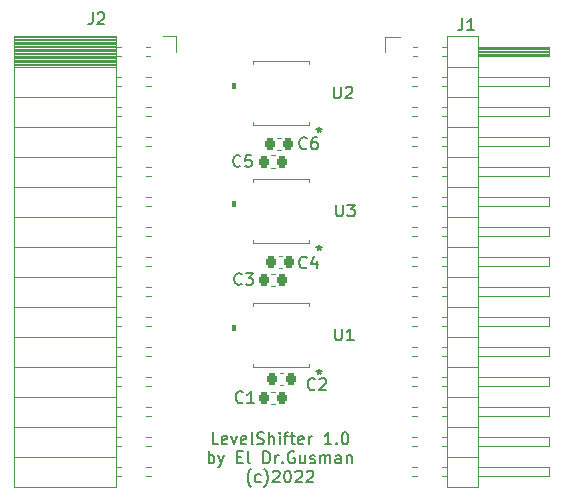
<source format=gto>
G04 #@! TF.GenerationSoftware,KiCad,Pcbnew,(6.0.4)*
G04 #@! TF.CreationDate,2022-06-28T09:07:53+02:00*
G04 #@! TF.ProjectId,LevelShifter,4c657665-6c53-4686-9966-7465722e6b69,rev?*
G04 #@! TF.SameCoordinates,Original*
G04 #@! TF.FileFunction,Legend,Top*
G04 #@! TF.FilePolarity,Positive*
%FSLAX46Y46*%
G04 Gerber Fmt 4.6, Leading zero omitted, Abs format (unit mm)*
G04 Created by KiCad (PCBNEW (6.0.4)) date 2022-06-28 09:07:53*
%MOMM*%
%LPD*%
G01*
G04 APERTURE LIST*
G04 Aperture macros list*
%AMRoundRect*
0 Rectangle with rounded corners*
0 $1 Rounding radius*
0 $2 $3 $4 $5 $6 $7 $8 $9 X,Y pos of 4 corners*
0 Add a 4 corners polygon primitive as box body*
4,1,4,$2,$3,$4,$5,$6,$7,$8,$9,$2,$3,0*
0 Add four circle primitives for the rounded corners*
1,1,$1+$1,$2,$3*
1,1,$1+$1,$4,$5*
1,1,$1+$1,$6,$7*
1,1,$1+$1,$8,$9*
0 Add four rect primitives between the rounded corners*
20,1,$1+$1,$2,$3,$4,$5,0*
20,1,$1+$1,$4,$5,$6,$7,0*
20,1,$1+$1,$6,$7,$8,$9,0*
20,1,$1+$1,$8,$9,$2,$3,0*%
G04 Aperture macros list end*
%ADD10C,0.150000*%
%ADD11C,0.120000*%
%ADD12C,0.100000*%
%ADD13RoundRect,0.225000X0.225000X0.250000X-0.225000X0.250000X-0.225000X-0.250000X0.225000X-0.250000X0*%
%ADD14R,1.404099X0.354800*%
%ADD15R,1.700000X1.700000*%
%ADD16O,1.700000X1.700000*%
%ADD17RoundRect,0.225000X-0.225000X-0.250000X0.225000X-0.250000X0.225000X0.250000X-0.225000X0.250000X0*%
G04 APERTURE END LIST*
D10*
X154661904Y-113242380D02*
X154185714Y-113242380D01*
X154185714Y-112242380D01*
X155376190Y-113194761D02*
X155280952Y-113242380D01*
X155090476Y-113242380D01*
X154995238Y-113194761D01*
X154947619Y-113099523D01*
X154947619Y-112718571D01*
X154995238Y-112623333D01*
X155090476Y-112575714D01*
X155280952Y-112575714D01*
X155376190Y-112623333D01*
X155423809Y-112718571D01*
X155423809Y-112813809D01*
X154947619Y-112909047D01*
X155757142Y-112575714D02*
X155995238Y-113242380D01*
X156233333Y-112575714D01*
X156995238Y-113194761D02*
X156900000Y-113242380D01*
X156709523Y-113242380D01*
X156614285Y-113194761D01*
X156566666Y-113099523D01*
X156566666Y-112718571D01*
X156614285Y-112623333D01*
X156709523Y-112575714D01*
X156900000Y-112575714D01*
X156995238Y-112623333D01*
X157042857Y-112718571D01*
X157042857Y-112813809D01*
X156566666Y-112909047D01*
X157614285Y-113242380D02*
X157519047Y-113194761D01*
X157471428Y-113099523D01*
X157471428Y-112242380D01*
X157947619Y-113194761D02*
X158090476Y-113242380D01*
X158328571Y-113242380D01*
X158423809Y-113194761D01*
X158471428Y-113147142D01*
X158519047Y-113051904D01*
X158519047Y-112956666D01*
X158471428Y-112861428D01*
X158423809Y-112813809D01*
X158328571Y-112766190D01*
X158138095Y-112718571D01*
X158042857Y-112670952D01*
X157995238Y-112623333D01*
X157947619Y-112528095D01*
X157947619Y-112432857D01*
X157995238Y-112337619D01*
X158042857Y-112290000D01*
X158138095Y-112242380D01*
X158376190Y-112242380D01*
X158519047Y-112290000D01*
X158947619Y-113242380D02*
X158947619Y-112242380D01*
X159376190Y-113242380D02*
X159376190Y-112718571D01*
X159328571Y-112623333D01*
X159233333Y-112575714D01*
X159090476Y-112575714D01*
X158995238Y-112623333D01*
X158947619Y-112670952D01*
X159852380Y-113242380D02*
X159852380Y-112575714D01*
X159852380Y-112242380D02*
X159804761Y-112290000D01*
X159852380Y-112337619D01*
X159900000Y-112290000D01*
X159852380Y-112242380D01*
X159852380Y-112337619D01*
X160185714Y-112575714D02*
X160566666Y-112575714D01*
X160328571Y-113242380D02*
X160328571Y-112385238D01*
X160376190Y-112290000D01*
X160471428Y-112242380D01*
X160566666Y-112242380D01*
X160757142Y-112575714D02*
X161138095Y-112575714D01*
X160900000Y-112242380D02*
X160900000Y-113099523D01*
X160947619Y-113194761D01*
X161042857Y-113242380D01*
X161138095Y-113242380D01*
X161852380Y-113194761D02*
X161757142Y-113242380D01*
X161566666Y-113242380D01*
X161471428Y-113194761D01*
X161423809Y-113099523D01*
X161423809Y-112718571D01*
X161471428Y-112623333D01*
X161566666Y-112575714D01*
X161757142Y-112575714D01*
X161852380Y-112623333D01*
X161900000Y-112718571D01*
X161900000Y-112813809D01*
X161423809Y-112909047D01*
X162328571Y-113242380D02*
X162328571Y-112575714D01*
X162328571Y-112766190D02*
X162376190Y-112670952D01*
X162423809Y-112623333D01*
X162519047Y-112575714D01*
X162614285Y-112575714D01*
X164233333Y-113242380D02*
X163661904Y-113242380D01*
X163947619Y-113242380D02*
X163947619Y-112242380D01*
X163852380Y-112385238D01*
X163757142Y-112480476D01*
X163661904Y-112528095D01*
X164661904Y-113147142D02*
X164709523Y-113194761D01*
X164661904Y-113242380D01*
X164614285Y-113194761D01*
X164661904Y-113147142D01*
X164661904Y-113242380D01*
X165328571Y-112242380D02*
X165423809Y-112242380D01*
X165519047Y-112290000D01*
X165566666Y-112337619D01*
X165614285Y-112432857D01*
X165661904Y-112623333D01*
X165661904Y-112861428D01*
X165614285Y-113051904D01*
X165566666Y-113147142D01*
X165519047Y-113194761D01*
X165423809Y-113242380D01*
X165328571Y-113242380D01*
X165233333Y-113194761D01*
X165185714Y-113147142D01*
X165138095Y-113051904D01*
X165090476Y-112861428D01*
X165090476Y-112623333D01*
X165138095Y-112432857D01*
X165185714Y-112337619D01*
X165233333Y-112290000D01*
X165328571Y-112242380D01*
X153852380Y-114852380D02*
X153852380Y-113852380D01*
X153852380Y-114233333D02*
X153947619Y-114185714D01*
X154138095Y-114185714D01*
X154233333Y-114233333D01*
X154280952Y-114280952D01*
X154328571Y-114376190D01*
X154328571Y-114661904D01*
X154280952Y-114757142D01*
X154233333Y-114804761D01*
X154138095Y-114852380D01*
X153947619Y-114852380D01*
X153852380Y-114804761D01*
X154661904Y-114185714D02*
X154900000Y-114852380D01*
X155138095Y-114185714D02*
X154900000Y-114852380D01*
X154804761Y-115090476D01*
X154757142Y-115138095D01*
X154661904Y-115185714D01*
X156280952Y-114328571D02*
X156614285Y-114328571D01*
X156757142Y-114852380D02*
X156280952Y-114852380D01*
X156280952Y-113852380D01*
X156757142Y-113852380D01*
X157328571Y-114852380D02*
X157233333Y-114804761D01*
X157185714Y-114709523D01*
X157185714Y-113852380D01*
X158471428Y-114852380D02*
X158471428Y-113852380D01*
X158709523Y-113852380D01*
X158852380Y-113900000D01*
X158947619Y-113995238D01*
X158995238Y-114090476D01*
X159042857Y-114280952D01*
X159042857Y-114423809D01*
X158995238Y-114614285D01*
X158947619Y-114709523D01*
X158852380Y-114804761D01*
X158709523Y-114852380D01*
X158471428Y-114852380D01*
X159471428Y-114852380D02*
X159471428Y-114185714D01*
X159471428Y-114376190D02*
X159519047Y-114280952D01*
X159566666Y-114233333D01*
X159661904Y-114185714D01*
X159757142Y-114185714D01*
X160090476Y-114757142D02*
X160138095Y-114804761D01*
X160090476Y-114852380D01*
X160042857Y-114804761D01*
X160090476Y-114757142D01*
X160090476Y-114852380D01*
X161090476Y-113900000D02*
X160995238Y-113852380D01*
X160852380Y-113852380D01*
X160709523Y-113900000D01*
X160614285Y-113995238D01*
X160566666Y-114090476D01*
X160519047Y-114280952D01*
X160519047Y-114423809D01*
X160566666Y-114614285D01*
X160614285Y-114709523D01*
X160709523Y-114804761D01*
X160852380Y-114852380D01*
X160947619Y-114852380D01*
X161090476Y-114804761D01*
X161138095Y-114757142D01*
X161138095Y-114423809D01*
X160947619Y-114423809D01*
X161995238Y-114185714D02*
X161995238Y-114852380D01*
X161566666Y-114185714D02*
X161566666Y-114709523D01*
X161614285Y-114804761D01*
X161709523Y-114852380D01*
X161852380Y-114852380D01*
X161947619Y-114804761D01*
X161995238Y-114757142D01*
X162423809Y-114804761D02*
X162519047Y-114852380D01*
X162709523Y-114852380D01*
X162804761Y-114804761D01*
X162852380Y-114709523D01*
X162852380Y-114661904D01*
X162804761Y-114566666D01*
X162709523Y-114519047D01*
X162566666Y-114519047D01*
X162471428Y-114471428D01*
X162423809Y-114376190D01*
X162423809Y-114328571D01*
X162471428Y-114233333D01*
X162566666Y-114185714D01*
X162709523Y-114185714D01*
X162804761Y-114233333D01*
X163280952Y-114852380D02*
X163280952Y-114185714D01*
X163280952Y-114280952D02*
X163328571Y-114233333D01*
X163423809Y-114185714D01*
X163566666Y-114185714D01*
X163661904Y-114233333D01*
X163709523Y-114328571D01*
X163709523Y-114852380D01*
X163709523Y-114328571D02*
X163757142Y-114233333D01*
X163852380Y-114185714D01*
X163995238Y-114185714D01*
X164090476Y-114233333D01*
X164138095Y-114328571D01*
X164138095Y-114852380D01*
X165042857Y-114852380D02*
X165042857Y-114328571D01*
X164995238Y-114233333D01*
X164900000Y-114185714D01*
X164709523Y-114185714D01*
X164614285Y-114233333D01*
X165042857Y-114804761D02*
X164947619Y-114852380D01*
X164709523Y-114852380D01*
X164614285Y-114804761D01*
X164566666Y-114709523D01*
X164566666Y-114614285D01*
X164614285Y-114519047D01*
X164709523Y-114471428D01*
X164947619Y-114471428D01*
X165042857Y-114423809D01*
X165519047Y-114185714D02*
X165519047Y-114852380D01*
X165519047Y-114280952D02*
X165566666Y-114233333D01*
X165661904Y-114185714D01*
X165804761Y-114185714D01*
X165900000Y-114233333D01*
X165947619Y-114328571D01*
X165947619Y-114852380D01*
X157423809Y-116843333D02*
X157376190Y-116795714D01*
X157280952Y-116652857D01*
X157233333Y-116557619D01*
X157185714Y-116414761D01*
X157138095Y-116176666D01*
X157138095Y-115986190D01*
X157185714Y-115748095D01*
X157233333Y-115605238D01*
X157280952Y-115510000D01*
X157376190Y-115367142D01*
X157423809Y-115319523D01*
X158233333Y-116414761D02*
X158138095Y-116462380D01*
X157947619Y-116462380D01*
X157852380Y-116414761D01*
X157804761Y-116367142D01*
X157757142Y-116271904D01*
X157757142Y-115986190D01*
X157804761Y-115890952D01*
X157852380Y-115843333D01*
X157947619Y-115795714D01*
X158138095Y-115795714D01*
X158233333Y-115843333D01*
X158566666Y-116843333D02*
X158614285Y-116795714D01*
X158709523Y-116652857D01*
X158757142Y-116557619D01*
X158804761Y-116414761D01*
X158852380Y-116176666D01*
X158852380Y-115986190D01*
X158804761Y-115748095D01*
X158757142Y-115605238D01*
X158709523Y-115510000D01*
X158614285Y-115367142D01*
X158566666Y-115319523D01*
X159280952Y-115557619D02*
X159328571Y-115510000D01*
X159423809Y-115462380D01*
X159661904Y-115462380D01*
X159757142Y-115510000D01*
X159804761Y-115557619D01*
X159852380Y-115652857D01*
X159852380Y-115748095D01*
X159804761Y-115890952D01*
X159233333Y-116462380D01*
X159852380Y-116462380D01*
X160471428Y-115462380D02*
X160566666Y-115462380D01*
X160661904Y-115510000D01*
X160709523Y-115557619D01*
X160757142Y-115652857D01*
X160804761Y-115843333D01*
X160804761Y-116081428D01*
X160757142Y-116271904D01*
X160709523Y-116367142D01*
X160661904Y-116414761D01*
X160566666Y-116462380D01*
X160471428Y-116462380D01*
X160376190Y-116414761D01*
X160328571Y-116367142D01*
X160280952Y-116271904D01*
X160233333Y-116081428D01*
X160233333Y-115843333D01*
X160280952Y-115652857D01*
X160328571Y-115557619D01*
X160376190Y-115510000D01*
X160471428Y-115462380D01*
X161185714Y-115557619D02*
X161233333Y-115510000D01*
X161328571Y-115462380D01*
X161566666Y-115462380D01*
X161661904Y-115510000D01*
X161709523Y-115557619D01*
X161757142Y-115652857D01*
X161757142Y-115748095D01*
X161709523Y-115890952D01*
X161138095Y-116462380D01*
X161757142Y-116462380D01*
X162138095Y-115557619D02*
X162185714Y-115510000D01*
X162280952Y-115462380D01*
X162519047Y-115462380D01*
X162614285Y-115510000D01*
X162661904Y-115557619D01*
X162709523Y-115652857D01*
X162709523Y-115748095D01*
X162661904Y-115890952D01*
X162090476Y-116462380D01*
X162709523Y-116462380D01*
X162133333Y-88157142D02*
X162085714Y-88204761D01*
X161942857Y-88252380D01*
X161847619Y-88252380D01*
X161704761Y-88204761D01*
X161609523Y-88109523D01*
X161561904Y-88014285D01*
X161514285Y-87823809D01*
X161514285Y-87680952D01*
X161561904Y-87490476D01*
X161609523Y-87395238D01*
X161704761Y-87300000D01*
X161847619Y-87252380D01*
X161942857Y-87252380D01*
X162085714Y-87300000D01*
X162133333Y-87347619D01*
X162990476Y-87252380D02*
X162800000Y-87252380D01*
X162704761Y-87300000D01*
X162657142Y-87347619D01*
X162561904Y-87490476D01*
X162514285Y-87680952D01*
X162514285Y-88061904D01*
X162561904Y-88157142D01*
X162609523Y-88204761D01*
X162704761Y-88252380D01*
X162895238Y-88252380D01*
X162990476Y-88204761D01*
X163038095Y-88157142D01*
X163085714Y-88061904D01*
X163085714Y-87823809D01*
X163038095Y-87728571D01*
X162990476Y-87680952D01*
X162895238Y-87633333D01*
X162704761Y-87633333D01*
X162609523Y-87680952D01*
X162561904Y-87728571D01*
X162514285Y-87823809D01*
X164438095Y-82952380D02*
X164438095Y-83761904D01*
X164485714Y-83857142D01*
X164533333Y-83904761D01*
X164628571Y-83952380D01*
X164819047Y-83952380D01*
X164914285Y-83904761D01*
X164961904Y-83857142D01*
X165009523Y-83761904D01*
X165009523Y-82952380D01*
X165438095Y-83047619D02*
X165485714Y-83000000D01*
X165580952Y-82952380D01*
X165819047Y-82952380D01*
X165914285Y-83000000D01*
X165961904Y-83047619D01*
X166009523Y-83142857D01*
X166009523Y-83238095D01*
X165961904Y-83380952D01*
X165390476Y-83952380D01*
X166009523Y-83952380D01*
X163203950Y-86400138D02*
X163203950Y-86638234D01*
X162965854Y-86542996D02*
X163203950Y-86638234D01*
X163442045Y-86542996D01*
X163061092Y-86828710D02*
X163203950Y-86638234D01*
X163346807Y-86828710D01*
X163203950Y-86400138D02*
X163203950Y-86638234D01*
X162965854Y-86542996D02*
X163203950Y-86638234D01*
X163442045Y-86542996D01*
X163061092Y-86828710D02*
X163203950Y-86638234D01*
X163346807Y-86828710D01*
X175321666Y-77182380D02*
X175321666Y-77896666D01*
X175274047Y-78039523D01*
X175178809Y-78134761D01*
X175035952Y-78182380D01*
X174940714Y-78182380D01*
X176321666Y-78182380D02*
X175750238Y-78182380D01*
X176035952Y-78182380D02*
X176035952Y-77182380D01*
X175940714Y-77325238D01*
X175845476Y-77420476D01*
X175750238Y-77468095D01*
X162833333Y-108557142D02*
X162785714Y-108604761D01*
X162642857Y-108652380D01*
X162547619Y-108652380D01*
X162404761Y-108604761D01*
X162309523Y-108509523D01*
X162261904Y-108414285D01*
X162214285Y-108223809D01*
X162214285Y-108080952D01*
X162261904Y-107890476D01*
X162309523Y-107795238D01*
X162404761Y-107700000D01*
X162547619Y-107652380D01*
X162642857Y-107652380D01*
X162785714Y-107700000D01*
X162833333Y-107747619D01*
X163214285Y-107747619D02*
X163261904Y-107700000D01*
X163357142Y-107652380D01*
X163595238Y-107652380D01*
X163690476Y-107700000D01*
X163738095Y-107747619D01*
X163785714Y-107842857D01*
X163785714Y-107938095D01*
X163738095Y-108080952D01*
X163166666Y-108652380D01*
X163785714Y-108652380D01*
X162133333Y-98257142D02*
X162085714Y-98304761D01*
X161942857Y-98352380D01*
X161847619Y-98352380D01*
X161704761Y-98304761D01*
X161609523Y-98209523D01*
X161561904Y-98114285D01*
X161514285Y-97923809D01*
X161514285Y-97780952D01*
X161561904Y-97590476D01*
X161609523Y-97495238D01*
X161704761Y-97400000D01*
X161847619Y-97352380D01*
X161942857Y-97352380D01*
X162085714Y-97400000D01*
X162133333Y-97447619D01*
X162990476Y-97685714D02*
X162990476Y-98352380D01*
X162752380Y-97304761D02*
X162514285Y-98019047D01*
X163133333Y-98019047D01*
X144016666Y-76682380D02*
X144016666Y-77396666D01*
X143969047Y-77539523D01*
X143873809Y-77634761D01*
X143730952Y-77682380D01*
X143635714Y-77682380D01*
X144445238Y-76777619D02*
X144492857Y-76730000D01*
X144588095Y-76682380D01*
X144826190Y-76682380D01*
X144921428Y-76730000D01*
X144969047Y-76777619D01*
X145016666Y-76872857D01*
X145016666Y-76968095D01*
X144969047Y-77110952D01*
X144397619Y-77682380D01*
X145016666Y-77682380D01*
X164538095Y-103452380D02*
X164538095Y-104261904D01*
X164585714Y-104357142D01*
X164633333Y-104404761D01*
X164728571Y-104452380D01*
X164919047Y-104452380D01*
X165014285Y-104404761D01*
X165061904Y-104357142D01*
X165109523Y-104261904D01*
X165109523Y-103452380D01*
X166109523Y-104452380D02*
X165538095Y-104452380D01*
X165823809Y-104452380D02*
X165823809Y-103452380D01*
X165728571Y-103595238D01*
X165633333Y-103690476D01*
X165538095Y-103738095D01*
X163203950Y-106900138D02*
X163203950Y-107138234D01*
X162965854Y-107042996D02*
X163203950Y-107138234D01*
X163442045Y-107042996D01*
X163061092Y-107328710D02*
X163203950Y-107138234D01*
X163346807Y-107328710D01*
X163203950Y-106900138D02*
X163203950Y-107138234D01*
X162965854Y-107042996D02*
X163203950Y-107138234D01*
X163442045Y-107042996D01*
X163061092Y-107328710D02*
X163203950Y-107138234D01*
X163346807Y-107328710D01*
X156533333Y-89657142D02*
X156485714Y-89704761D01*
X156342857Y-89752380D01*
X156247619Y-89752380D01*
X156104761Y-89704761D01*
X156009523Y-89609523D01*
X155961904Y-89514285D01*
X155914285Y-89323809D01*
X155914285Y-89180952D01*
X155961904Y-88990476D01*
X156009523Y-88895238D01*
X156104761Y-88800000D01*
X156247619Y-88752380D01*
X156342857Y-88752380D01*
X156485714Y-88800000D01*
X156533333Y-88847619D01*
X157438095Y-88752380D02*
X156961904Y-88752380D01*
X156914285Y-89228571D01*
X156961904Y-89180952D01*
X157057142Y-89133333D01*
X157295238Y-89133333D01*
X157390476Y-89180952D01*
X157438095Y-89228571D01*
X157485714Y-89323809D01*
X157485714Y-89561904D01*
X157438095Y-89657142D01*
X157390476Y-89704761D01*
X157295238Y-89752380D01*
X157057142Y-89752380D01*
X156961904Y-89704761D01*
X156914285Y-89657142D01*
X156633333Y-99657142D02*
X156585714Y-99704761D01*
X156442857Y-99752380D01*
X156347619Y-99752380D01*
X156204761Y-99704761D01*
X156109523Y-99609523D01*
X156061904Y-99514285D01*
X156014285Y-99323809D01*
X156014285Y-99180952D01*
X156061904Y-98990476D01*
X156109523Y-98895238D01*
X156204761Y-98800000D01*
X156347619Y-98752380D01*
X156442857Y-98752380D01*
X156585714Y-98800000D01*
X156633333Y-98847619D01*
X156966666Y-98752380D02*
X157585714Y-98752380D01*
X157252380Y-99133333D01*
X157395238Y-99133333D01*
X157490476Y-99180952D01*
X157538095Y-99228571D01*
X157585714Y-99323809D01*
X157585714Y-99561904D01*
X157538095Y-99657142D01*
X157490476Y-99704761D01*
X157395238Y-99752380D01*
X157109523Y-99752380D01*
X157014285Y-99704761D01*
X156966666Y-99657142D01*
X156733333Y-109657142D02*
X156685714Y-109704761D01*
X156542857Y-109752380D01*
X156447619Y-109752380D01*
X156304761Y-109704761D01*
X156209523Y-109609523D01*
X156161904Y-109514285D01*
X156114285Y-109323809D01*
X156114285Y-109180952D01*
X156161904Y-108990476D01*
X156209523Y-108895238D01*
X156304761Y-108800000D01*
X156447619Y-108752380D01*
X156542857Y-108752380D01*
X156685714Y-108800000D01*
X156733333Y-108847619D01*
X157685714Y-109752380D02*
X157114285Y-109752380D01*
X157400000Y-109752380D02*
X157400000Y-108752380D01*
X157304761Y-108895238D01*
X157209523Y-108990476D01*
X157114285Y-109038095D01*
X164638095Y-92952380D02*
X164638095Y-93761904D01*
X164685714Y-93857142D01*
X164733333Y-93904761D01*
X164828571Y-93952380D01*
X165019047Y-93952380D01*
X165114285Y-93904761D01*
X165161904Y-93857142D01*
X165209523Y-93761904D01*
X165209523Y-92952380D01*
X165590476Y-92952380D02*
X166209523Y-92952380D01*
X165876190Y-93333333D01*
X166019047Y-93333333D01*
X166114285Y-93380952D01*
X166161904Y-93428571D01*
X166209523Y-93523809D01*
X166209523Y-93761904D01*
X166161904Y-93857142D01*
X166114285Y-93904761D01*
X166019047Y-93952380D01*
X165733333Y-93952380D01*
X165638095Y-93904761D01*
X165590476Y-93857142D01*
X163203950Y-96400138D02*
X163203950Y-96638234D01*
X162965854Y-96542996D02*
X163203950Y-96638234D01*
X163442045Y-96542996D01*
X163061092Y-96828710D02*
X163203950Y-96638234D01*
X163346807Y-96828710D01*
X163203950Y-96400138D02*
X163203950Y-96638234D01*
X162965854Y-96542996D02*
X163203950Y-96638234D01*
X163442045Y-96542996D01*
X163061092Y-96828710D02*
X163203950Y-96638234D01*
X163346807Y-96828710D01*
D11*
X159940580Y-87290000D02*
X159659420Y-87290000D01*
X159940580Y-88310000D02*
X159659420Y-88310000D01*
X162374900Y-81039902D02*
X162374900Y-80820300D01*
X157625100Y-86179700D02*
X162374900Y-86179700D01*
X162374900Y-80820300D02*
X157625100Y-80820300D01*
X157625100Y-80820300D02*
X157625100Y-81039902D01*
X157625100Y-85960098D02*
X157625100Y-86179700D01*
X162374900Y-86179700D02*
X162374900Y-85960098D01*
G36*
X156094001Y-83040514D02*
G01*
X155840001Y-83040514D01*
X155840001Y-82659514D01*
X156094001Y-82659514D01*
X156094001Y-83040514D01*
G37*
D12*
X156094001Y-83040514D02*
X155840001Y-83040514D01*
X155840001Y-82659514D01*
X156094001Y-82659514D01*
X156094001Y-83040514D01*
D11*
X173582929Y-105780000D02*
X173980000Y-105780000D01*
X171042929Y-85460000D02*
X171497071Y-85460000D01*
X171042929Y-115180000D02*
X171497071Y-115180000D01*
X171042929Y-87240000D02*
X171497071Y-87240000D01*
X176640000Y-79620000D02*
X182640000Y-79620000D01*
X171042929Y-105020000D02*
X171497071Y-105020000D01*
X176640000Y-87240000D02*
X182640000Y-87240000D01*
X171042929Y-102480000D02*
X171497071Y-102480000D01*
X173582929Y-107560000D02*
X173980000Y-107560000D01*
X182640000Y-102480000D02*
X182640000Y-103240000D01*
X176640000Y-79800000D02*
X182640000Y-79800000D01*
X173980000Y-109210000D02*
X176640000Y-109210000D01*
X171042929Y-93080000D02*
X171497071Y-93080000D01*
X176640000Y-110100000D02*
X182640000Y-110100000D01*
X171042929Y-110860000D02*
X171497071Y-110860000D01*
X182640000Y-85460000D02*
X176640000Y-85460000D01*
X176640000Y-89780000D02*
X182640000Y-89780000D01*
X171042929Y-112640000D02*
X171497071Y-112640000D01*
X176640000Y-78670000D02*
X173980000Y-78670000D01*
X173582929Y-110100000D02*
X173980000Y-110100000D01*
X173980000Y-111750000D02*
X176640000Y-111750000D01*
X171042929Y-88000000D02*
X171497071Y-88000000D01*
X176640000Y-116890000D02*
X176640000Y-78670000D01*
X171042929Y-95620000D02*
X171497071Y-95620000D01*
X176640000Y-112640000D02*
X182640000Y-112640000D01*
X173582929Y-82160000D02*
X173980000Y-82160000D01*
X173980000Y-104130000D02*
X176640000Y-104130000D01*
X182640000Y-88000000D02*
X176640000Y-88000000D01*
X182640000Y-105780000D02*
X176640000Y-105780000D01*
X182640000Y-98160000D02*
X176640000Y-98160000D01*
X176640000Y-80160000D02*
X182640000Y-80160000D01*
X176640000Y-115180000D02*
X182640000Y-115180000D01*
X182640000Y-110100000D02*
X182640000Y-110860000D01*
X176640000Y-82160000D02*
X182640000Y-82160000D01*
X176640000Y-105020000D02*
X182640000Y-105020000D01*
X171042929Y-110100000D02*
X171497071Y-110100000D01*
X173980000Y-96510000D02*
X176640000Y-96510000D01*
X176640000Y-97400000D02*
X182640000Y-97400000D01*
X182640000Y-103240000D02*
X176640000Y-103240000D01*
X171042929Y-92320000D02*
X171497071Y-92320000D01*
X182640000Y-92320000D02*
X182640000Y-93080000D01*
X182640000Y-115940000D02*
X176640000Y-115940000D01*
X173582929Y-105020000D02*
X173980000Y-105020000D01*
X182640000Y-105020000D02*
X182640000Y-105780000D01*
X182640000Y-90540000D02*
X176640000Y-90540000D01*
X173980000Y-93970000D02*
X176640000Y-93970000D01*
X171042929Y-103240000D02*
X171497071Y-103240000D01*
X171042929Y-98160000D02*
X171497071Y-98160000D01*
X182640000Y-115180000D02*
X182640000Y-115940000D01*
X171110000Y-79620000D02*
X171497071Y-79620000D01*
X171110000Y-80380000D02*
X171497071Y-80380000D01*
X173582929Y-82920000D02*
X173980000Y-82920000D01*
X176640000Y-107560000D02*
X182640000Y-107560000D01*
X173980000Y-88890000D02*
X176640000Y-88890000D01*
X182640000Y-100700000D02*
X176640000Y-100700000D01*
X171042929Y-99940000D02*
X171497071Y-99940000D01*
X173980000Y-86350000D02*
X176640000Y-86350000D01*
X173980000Y-91430000D02*
X176640000Y-91430000D01*
X173980000Y-78670000D02*
X173980000Y-116890000D01*
X171042929Y-82160000D02*
X171497071Y-82160000D01*
X173582929Y-103240000D02*
X173980000Y-103240000D01*
X176640000Y-79680000D02*
X182640000Y-79680000D01*
X171042929Y-113400000D02*
X171497071Y-113400000D01*
X173980000Y-99050000D02*
X176640000Y-99050000D01*
X173980000Y-116890000D02*
X176640000Y-116890000D01*
X182640000Y-110860000D02*
X176640000Y-110860000D01*
X168730000Y-80000000D02*
X168730000Y-78730000D01*
X173582929Y-92320000D02*
X173980000Y-92320000D01*
X173582929Y-84700000D02*
X173980000Y-84700000D01*
X173582929Y-108320000D02*
X173980000Y-108320000D01*
X173582929Y-112640000D02*
X173980000Y-112640000D01*
X182640000Y-79620000D02*
X182640000Y-80380000D01*
X182640000Y-84700000D02*
X182640000Y-85460000D01*
X173582929Y-97400000D02*
X173980000Y-97400000D01*
X173582929Y-85460000D02*
X173980000Y-85460000D01*
X173980000Y-81270000D02*
X176640000Y-81270000D01*
X171042929Y-89780000D02*
X171497071Y-89780000D01*
X173582929Y-99940000D02*
X173980000Y-99940000D01*
X182640000Y-97400000D02*
X182640000Y-98160000D01*
X182640000Y-80380000D02*
X176640000Y-80380000D01*
X182640000Y-113400000D02*
X176640000Y-113400000D01*
X171042929Y-107560000D02*
X171497071Y-107560000D01*
X182640000Y-108320000D02*
X176640000Y-108320000D01*
X176640000Y-92320000D02*
X182640000Y-92320000D01*
X173582929Y-80380000D02*
X173980000Y-80380000D01*
X176640000Y-99940000D02*
X182640000Y-99940000D01*
X171042929Y-94860000D02*
X171497071Y-94860000D01*
X173980000Y-106670000D02*
X176640000Y-106670000D01*
X176640000Y-80280000D02*
X182640000Y-80280000D01*
X173582929Y-88000000D02*
X173980000Y-88000000D01*
X171042929Y-115940000D02*
X171497071Y-115940000D01*
X171042929Y-105780000D02*
X171497071Y-105780000D01*
X171042929Y-97400000D02*
X171497071Y-97400000D01*
X171042929Y-108320000D02*
X171497071Y-108320000D01*
X173980000Y-101590000D02*
X176640000Y-101590000D01*
X171042929Y-82920000D02*
X171497071Y-82920000D01*
X173582929Y-90540000D02*
X173980000Y-90540000D01*
X173582929Y-93080000D02*
X173980000Y-93080000D01*
X182640000Y-89780000D02*
X182640000Y-90540000D01*
X182640000Y-94860000D02*
X182640000Y-95620000D01*
X182640000Y-82920000D02*
X176640000Y-82920000D01*
X173980000Y-83810000D02*
X176640000Y-83810000D01*
X182640000Y-87240000D02*
X182640000Y-88000000D01*
X182640000Y-82160000D02*
X182640000Y-82920000D01*
X171042929Y-84700000D02*
X171497071Y-84700000D01*
X182640000Y-112640000D02*
X182640000Y-113400000D01*
X171042929Y-90540000D02*
X171497071Y-90540000D01*
X168730000Y-78730000D02*
X170000000Y-78730000D01*
X176640000Y-102480000D02*
X182640000Y-102480000D01*
X182640000Y-99940000D02*
X182640000Y-100700000D01*
X182640000Y-93080000D02*
X176640000Y-93080000D01*
X176640000Y-94860000D02*
X182640000Y-94860000D01*
X173582929Y-110860000D02*
X173980000Y-110860000D01*
X173582929Y-87240000D02*
X173980000Y-87240000D01*
X173582929Y-115940000D02*
X173980000Y-115940000D01*
X173582929Y-102480000D02*
X173980000Y-102480000D01*
X173582929Y-94860000D02*
X173980000Y-94860000D01*
X176640000Y-80040000D02*
X182640000Y-80040000D01*
X171042929Y-100700000D02*
X171497071Y-100700000D01*
X182640000Y-107560000D02*
X182640000Y-108320000D01*
X182640000Y-95620000D02*
X176640000Y-95620000D01*
X173980000Y-114290000D02*
X176640000Y-114290000D01*
X173582929Y-100700000D02*
X173980000Y-100700000D01*
X173582929Y-113400000D02*
X173980000Y-113400000D01*
X173582929Y-98160000D02*
X173980000Y-98160000D01*
X173582929Y-79620000D02*
X173980000Y-79620000D01*
X173582929Y-89780000D02*
X173980000Y-89780000D01*
X176640000Y-84700000D02*
X182640000Y-84700000D01*
X176640000Y-79920000D02*
X182640000Y-79920000D01*
X173582929Y-115180000D02*
X173980000Y-115180000D01*
X173582929Y-95620000D02*
X173980000Y-95620000D01*
X160140580Y-108210000D02*
X159859420Y-108210000D01*
X160140580Y-107190000D02*
X159859420Y-107190000D01*
X160040580Y-98310000D02*
X159759420Y-98310000D01*
X160040580Y-97290000D02*
X159759420Y-97290000D01*
X148510000Y-102500000D02*
X148950000Y-102500000D01*
X137370000Y-81270000D02*
X146000000Y-81270000D01*
X146000000Y-85440000D02*
X146410000Y-85440000D01*
X146000000Y-112660000D02*
X146410000Y-112660000D01*
X146000000Y-108300000D02*
X146410000Y-108300000D01*
X146000000Y-107580000D02*
X146410000Y-107580000D01*
X137370000Y-81033805D02*
X146000000Y-81033805D01*
X137370000Y-80797615D02*
X146000000Y-80797615D01*
X137370000Y-101590000D02*
X146000000Y-101590000D01*
X148510000Y-113380000D02*
X148950000Y-113380000D01*
X148510000Y-80360000D02*
X148890000Y-80360000D01*
X146000000Y-92340000D02*
X146410000Y-92340000D01*
X137370000Y-104130000D02*
X146000000Y-104130000D01*
X148510000Y-93060000D02*
X148950000Y-93060000D01*
X148510000Y-108300000D02*
X148950000Y-108300000D01*
X146000000Y-87260000D02*
X146410000Y-87260000D01*
X148510000Y-87260000D02*
X148950000Y-87260000D01*
X148510000Y-115200000D02*
X148950000Y-115200000D01*
X146000000Y-105760000D02*
X146410000Y-105760000D01*
X146000000Y-82180000D02*
X146410000Y-82180000D01*
X137370000Y-80089045D02*
X146000000Y-80089045D01*
X137370000Y-91430000D02*
X146000000Y-91430000D01*
X137370000Y-80679520D02*
X146000000Y-80679520D01*
X148510000Y-82900000D02*
X148950000Y-82900000D01*
X146000000Y-89800000D02*
X146410000Y-89800000D01*
X137370000Y-81151900D02*
X146000000Y-81151900D01*
X146000000Y-110840000D02*
X146410000Y-110840000D01*
X146000000Y-79640000D02*
X146410000Y-79640000D01*
X146000000Y-103220000D02*
X146410000Y-103220000D01*
X150000000Y-78670000D02*
X151110000Y-78670000D01*
X137370000Y-78908095D02*
X146000000Y-78908095D01*
X137370000Y-93970000D02*
X146000000Y-93970000D01*
X148510000Y-110120000D02*
X148950000Y-110120000D01*
X146000000Y-87980000D02*
X146410000Y-87980000D01*
X148510000Y-89800000D02*
X148950000Y-89800000D01*
X146000000Y-84720000D02*
X146410000Y-84720000D01*
X148510000Y-92340000D02*
X148950000Y-92340000D01*
X137370000Y-80325235D02*
X146000000Y-80325235D01*
X137370000Y-79616665D02*
X146000000Y-79616665D01*
X137370000Y-99050000D02*
X146000000Y-99050000D01*
X137370000Y-116890000D02*
X146000000Y-116890000D01*
X148510000Y-100680000D02*
X148950000Y-100680000D01*
X148510000Y-85440000D02*
X148950000Y-85440000D01*
X137370000Y-88890000D02*
X146000000Y-88890000D01*
X148510000Y-112660000D02*
X148950000Y-112660000D01*
X148510000Y-90520000D02*
X148950000Y-90520000D01*
X146000000Y-115920000D02*
X146410000Y-115920000D01*
X146000000Y-113380000D02*
X146410000Y-113380000D01*
X137370000Y-79144285D02*
X146000000Y-79144285D01*
X137370000Y-86350000D02*
X146000000Y-86350000D01*
X137370000Y-114290000D02*
X146000000Y-114290000D01*
X137370000Y-106670000D02*
X146000000Y-106670000D01*
X148510000Y-110840000D02*
X148950000Y-110840000D01*
X151110000Y-78670000D02*
X151110000Y-80000000D01*
X148510000Y-105760000D02*
X148950000Y-105760000D01*
X137370000Y-80207140D02*
X146000000Y-80207140D01*
X146000000Y-97420000D02*
X146410000Y-97420000D01*
X148510000Y-82180000D02*
X148950000Y-82180000D01*
X146000000Y-95600000D02*
X146410000Y-95600000D01*
X148510000Y-98140000D02*
X148950000Y-98140000D01*
X137370000Y-79026190D02*
X146000000Y-79026190D01*
X146000000Y-94880000D02*
X146410000Y-94880000D01*
X137370000Y-111750000D02*
X146000000Y-111750000D01*
X148510000Y-99960000D02*
X148950000Y-99960000D01*
X148510000Y-79640000D02*
X148890000Y-79640000D01*
X146000000Y-78670000D02*
X146000000Y-116890000D01*
X137370000Y-96510000D02*
X146000000Y-96510000D01*
X148510000Y-115920000D02*
X148950000Y-115920000D01*
X137370000Y-79852855D02*
X146000000Y-79852855D01*
X146000000Y-82900000D02*
X146410000Y-82900000D01*
X137370000Y-79380475D02*
X146000000Y-79380475D01*
X146000000Y-93060000D02*
X146410000Y-93060000D01*
X137370000Y-79262380D02*
X146000000Y-79262380D01*
X148510000Y-105040000D02*
X148950000Y-105040000D01*
X137370000Y-79970950D02*
X146000000Y-79970950D01*
X137370000Y-79498570D02*
X146000000Y-79498570D01*
X137370000Y-109210000D02*
X146000000Y-109210000D01*
X137370000Y-83810000D02*
X146000000Y-83810000D01*
X137370000Y-80561425D02*
X146000000Y-80561425D01*
X148510000Y-107580000D02*
X148950000Y-107580000D01*
X146000000Y-115200000D02*
X146410000Y-115200000D01*
X146000000Y-110120000D02*
X146410000Y-110120000D01*
X148510000Y-87980000D02*
X148950000Y-87980000D01*
X146000000Y-90520000D02*
X146410000Y-90520000D01*
X148510000Y-84720000D02*
X148950000Y-84720000D01*
X137370000Y-80443330D02*
X146000000Y-80443330D01*
X146000000Y-99960000D02*
X146410000Y-99960000D01*
X148510000Y-97420000D02*
X148950000Y-97420000D01*
X148510000Y-95600000D02*
X148950000Y-95600000D01*
X146000000Y-80360000D02*
X146410000Y-80360000D01*
X146000000Y-102500000D02*
X146410000Y-102500000D01*
X148510000Y-94880000D02*
X148950000Y-94880000D01*
X137370000Y-78790000D02*
X146000000Y-78790000D01*
X137370000Y-78670000D02*
X146000000Y-78670000D01*
X146000000Y-105040000D02*
X146410000Y-105040000D01*
X146000000Y-100680000D02*
X146410000Y-100680000D01*
X148510000Y-103220000D02*
X148950000Y-103220000D01*
X137370000Y-79734760D02*
X146000000Y-79734760D01*
X146000000Y-98140000D02*
X146410000Y-98140000D01*
X137370000Y-78670000D02*
X137370000Y-116890000D01*
X137370000Y-80915710D02*
X146000000Y-80915710D01*
X157625100Y-101320300D02*
X157625100Y-101539902D01*
X162374900Y-106679700D02*
X162374900Y-106460098D01*
X157625100Y-106679700D02*
X162374900Y-106679700D01*
X162374900Y-101320300D02*
X157625100Y-101320300D01*
X157625100Y-106460098D02*
X157625100Y-106679700D01*
X162374900Y-101539902D02*
X162374900Y-101320300D01*
G36*
X156094001Y-103540514D02*
G01*
X155840001Y-103540514D01*
X155840001Y-103159514D01*
X156094001Y-103159514D01*
X156094001Y-103540514D01*
G37*
D12*
X156094001Y-103540514D02*
X155840001Y-103540514D01*
X155840001Y-103159514D01*
X156094001Y-103159514D01*
X156094001Y-103540514D01*
D11*
X159159420Y-88790000D02*
X159440580Y-88790000D01*
X159159420Y-89810000D02*
X159440580Y-89810000D01*
X159159420Y-99810000D02*
X159440580Y-99810000D01*
X159159420Y-98790000D02*
X159440580Y-98790000D01*
X159159420Y-108790000D02*
X159440580Y-108790000D01*
X159159420Y-109810000D02*
X159440580Y-109810000D01*
X162374900Y-90820300D02*
X157625100Y-90820300D01*
X162374900Y-91039902D02*
X162374900Y-90820300D01*
X157625100Y-90820300D02*
X157625100Y-91039902D01*
X157625100Y-95960098D02*
X157625100Y-96179700D01*
X162374900Y-96179700D02*
X162374900Y-95960098D01*
X157625100Y-96179700D02*
X162374900Y-96179700D01*
G36*
X156094001Y-93040514D02*
G01*
X155840001Y-93040514D01*
X155840001Y-92659514D01*
X156094001Y-92659514D01*
X156094001Y-93040514D01*
G37*
D12*
X156094001Y-93040514D02*
X155840001Y-93040514D01*
X155840001Y-92659514D01*
X156094001Y-92659514D01*
X156094001Y-93040514D01*
%LPC*%
D13*
X160575000Y-87800000D03*
X159025000Y-87800000D03*
D14*
X162949948Y-85449958D03*
X162949948Y-84799972D03*
X162949948Y-84149986D03*
X162949948Y-83500000D03*
X162949948Y-82850014D03*
X162949948Y-82200028D03*
X162949948Y-81550042D03*
X157050052Y-81550042D03*
X157050052Y-82200028D03*
X157050052Y-82850014D03*
X157050052Y-83500000D03*
X157050052Y-84149986D03*
X157050052Y-84799972D03*
X157050052Y-85449958D03*
D15*
X170000000Y-80000000D03*
D16*
X172540000Y-80000000D03*
X170000000Y-82540000D03*
X172540000Y-82540000D03*
X170000000Y-85080000D03*
X172540000Y-85080000D03*
X170000000Y-87620000D03*
X172540000Y-87620000D03*
X170000000Y-90160000D03*
X172540000Y-90160000D03*
X170000000Y-92700000D03*
X172540000Y-92700000D03*
X170000000Y-95240000D03*
X172540000Y-95240000D03*
X170000000Y-97780000D03*
X172540000Y-97780000D03*
X170000000Y-100320000D03*
X172540000Y-100320000D03*
X170000000Y-102860000D03*
X172540000Y-102860000D03*
X170000000Y-105400000D03*
X172540000Y-105400000D03*
X170000000Y-107940000D03*
X172540000Y-107940000D03*
X170000000Y-110480000D03*
X172540000Y-110480000D03*
X170000000Y-113020000D03*
X172540000Y-113020000D03*
X170000000Y-115560000D03*
X172540000Y-115560000D03*
D13*
X160775000Y-107700000D03*
X159225000Y-107700000D03*
X160675000Y-97800000D03*
X159125000Y-97800000D03*
D15*
X150000000Y-80000000D03*
D16*
X147460000Y-80000000D03*
X150000000Y-82540000D03*
X147460000Y-82540000D03*
X150000000Y-85080000D03*
X147460000Y-85080000D03*
X150000000Y-87620000D03*
X147460000Y-87620000D03*
X150000000Y-90160000D03*
X147460000Y-90160000D03*
X150000000Y-92700000D03*
X147460000Y-92700000D03*
X150000000Y-95240000D03*
X147460000Y-95240000D03*
X150000000Y-97780000D03*
X147460000Y-97780000D03*
X150000000Y-100320000D03*
X147460000Y-100320000D03*
X150000000Y-102860000D03*
X147460000Y-102860000D03*
X150000000Y-105400000D03*
X147460000Y-105400000D03*
X150000000Y-107940000D03*
X147460000Y-107940000D03*
X150000000Y-110480000D03*
X147460000Y-110480000D03*
X150000000Y-113020000D03*
X147460000Y-113020000D03*
X150000000Y-115560000D03*
X147460000Y-115560000D03*
D14*
X162949948Y-105949958D03*
X162949948Y-105299972D03*
X162949948Y-104649986D03*
X162949948Y-104000000D03*
X162949948Y-103350014D03*
X162949948Y-102700028D03*
X162949948Y-102050042D03*
X157050052Y-102050042D03*
X157050052Y-102700028D03*
X157050052Y-103350014D03*
X157050052Y-104000000D03*
X157050052Y-104649986D03*
X157050052Y-105299972D03*
X157050052Y-105949958D03*
D17*
X158525000Y-89300000D03*
X160075000Y-89300000D03*
X158525000Y-99300000D03*
X160075000Y-99300000D03*
X158525000Y-109300000D03*
X160075000Y-109300000D03*
D14*
X162949948Y-95449958D03*
X162949948Y-94799972D03*
X162949948Y-94149986D03*
X162949948Y-93500000D03*
X162949948Y-92850014D03*
X162949948Y-92200028D03*
X162949948Y-91550042D03*
X157050052Y-91550042D03*
X157050052Y-92200028D03*
X157050052Y-92850014D03*
X157050052Y-93500000D03*
X157050052Y-94149986D03*
X157050052Y-94799972D03*
X157050052Y-95449958D03*
M02*

</source>
